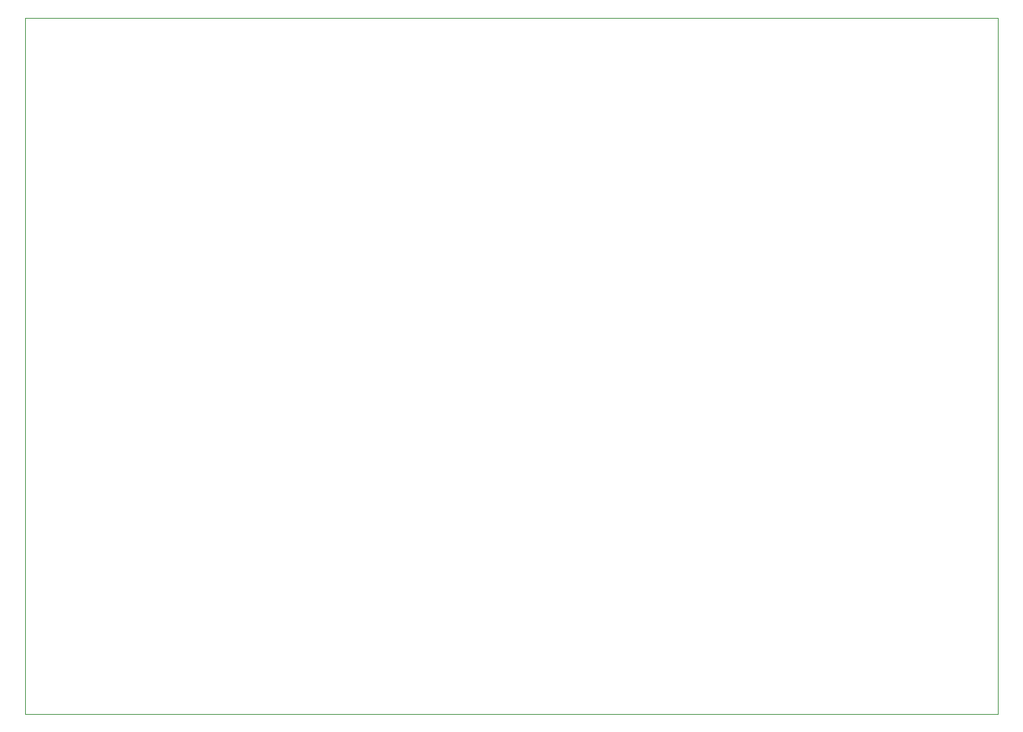
<source format=gko>
%TF.GenerationSoftware,KiCad,Pcbnew,7.0.8*%
%TF.CreationDate,2024-04-21T21:21:46+03:00*%
%TF.ProjectId,esp32A9G,65737033-3241-4394-972e-6b696361645f,rev?*%
%TF.SameCoordinates,Original*%
%TF.FileFunction,Profile,NP*%
%FSLAX46Y46*%
G04 Gerber Fmt 4.6, Leading zero omitted, Abs format (unit mm)*
G04 Created by KiCad (PCBNEW 7.0.8) date 2024-04-21 21:21:46*
%MOMM*%
%LPD*%
G01*
G04 APERTURE LIST*
%TA.AperFunction,Profile*%
%ADD10C,0.100000*%
%TD*%
G04 APERTURE END LIST*
D10*
X50450000Y-43595000D02*
X165250000Y-43595000D01*
X165250000Y-125655000D01*
X50450000Y-125655000D01*
X50450000Y-43595000D01*
M02*

</source>
